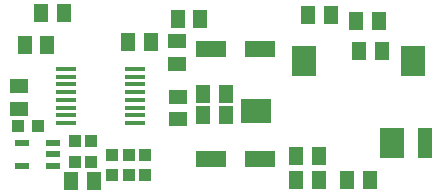
<source format=gbr>
G04 EAGLE Gerber RS-274X export*
G75*
%MOMM*%
%FSLAX34Y34*%
%LPD*%
%INSolderpaste Top*%
%IPPOS*%
%AMOC8*
5,1,8,0,0,1.08239X$1,22.5*%
G01*
%ADD10R,1.750000X0.400000*%
%ADD11R,1.240000X1.500000*%
%ADD12R,1.200000X0.550000*%
%ADD13R,1.500000X1.240000*%
%ADD14R,2.000000X2.500000*%
%ADD15R,2.500000X2.000000*%
%ADD16R,1.200000X2.500000*%
%ADD17R,2.600000X1.400000*%
%ADD18R,1.300000X1.500000*%
%ADD19R,1.000000X1.075000*%
%ADD20R,1.075000X1.000000*%
%ADD21R,1.500000X1.300000*%


D10*
X62240Y154830D03*
X62240Y148330D03*
X62240Y141830D03*
X62240Y135330D03*
X62240Y128830D03*
X62240Y122330D03*
X62240Y115830D03*
X62240Y109330D03*
X120640Y109330D03*
X120640Y115830D03*
X120640Y122330D03*
X120640Y128830D03*
X120640Y135330D03*
X120640Y141830D03*
X120640Y148330D03*
X120640Y154830D03*
D11*
X156870Y196850D03*
X175870Y196850D03*
X60300Y201930D03*
X41300Y201930D03*
X300380Y60960D03*
X319380Y60960D03*
X327000Y195580D03*
X308000Y195580D03*
X276200Y81280D03*
X257200Y81280D03*
X257200Y60960D03*
X276200Y60960D03*
X267360Y200660D03*
X286360Y200660D03*
X310540Y170180D03*
X329540Y170180D03*
X178460Y115570D03*
X197460Y115570D03*
D12*
X51101Y73050D03*
X51101Y82550D03*
X51101Y92050D03*
X25099Y92050D03*
X25099Y73050D03*
D11*
X66700Y59690D03*
X85700Y59690D03*
D13*
X22860Y140310D03*
X22860Y121310D03*
D14*
X356000Y162000D03*
X264000Y162000D03*
D15*
X223000Y119500D03*
D14*
X338000Y92000D03*
D16*
X366000Y92000D03*
D17*
X226240Y78740D03*
X185240Y78740D03*
X226240Y171450D03*
X185240Y171450D03*
D13*
X156210Y178410D03*
X156210Y159410D03*
D11*
X46330Y175260D03*
X27330Y175260D03*
X178460Y133350D03*
X197460Y133350D03*
D18*
X133960Y177800D03*
X114960Y177800D03*
D19*
X69850Y76590D03*
X69850Y93590D03*
D20*
X21980Y106680D03*
X38980Y106680D03*
D21*
X157480Y131420D03*
X157480Y112420D03*
D19*
X115570Y65160D03*
X115570Y82160D03*
X129540Y65160D03*
X129540Y82160D03*
X83820Y76590D03*
X83820Y93590D03*
X101600Y65160D03*
X101600Y82160D03*
M02*

</source>
